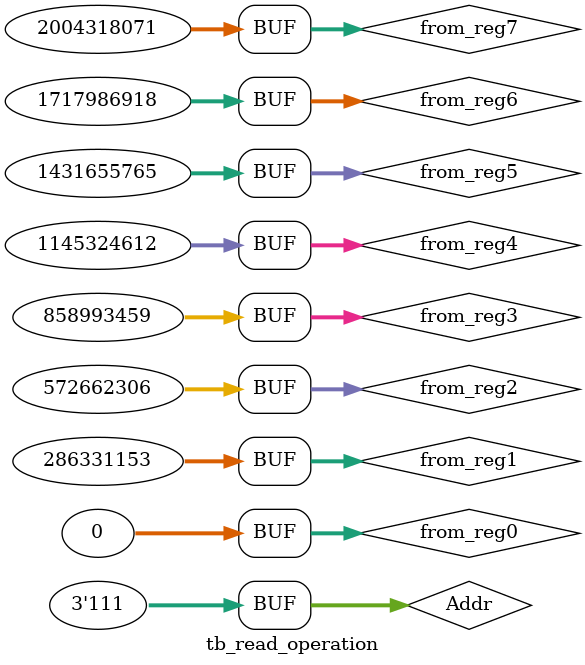
<source format=v>
`timescale 1ns/100ps

module tb_read_operation;

	reg [31:0]	from_reg0, from_reg1, from_reg2, from_reg3,
						from_reg4, from_reg5, from_reg6, from_reg7;	// 32bits reg ports
						
	reg [2:0]		Addr;	// 3bits reg port
	wire [31:0]	Data; // 32bits wire port

	// Instance read_operation
	read_operation test_read_operation (.Addr(Addr), .Data(Data),
						.from_reg0(from_reg0), .from_reg1(from_reg1), .from_reg2(from_reg2), .from_reg3(from_reg3),
						.from_reg4(from_reg4), .from_reg5(from_reg5), .from_reg6(from_reg6), .from_reg7(from_reg7));
						
	initial begin
		#0; from_reg0 = 32'h0000_0000; from_reg1 = 32'h1111_1111; from_reg2 = 32'h2222_2222; from_reg3 = 32'h3333_3333;
			 from_reg4 = 32'h4444_4444; from_reg5 = 32'h5555_5555; from_reg6 = 32'h6666_6666; from_reg7 = 32'h7777_7777;
	
		#5; Addr = 3'b000;
		#5; Addr = 3'b001;
		#5; Addr = 3'b010;
		#5; Addr = 3'b011;
		#5; Addr = 3'b100;
		#5; Addr = 3'b101;
		#5; Addr = 3'b110;
		#5; Addr = 3'b111;
		#5;
	end
	
endmodule

</source>
